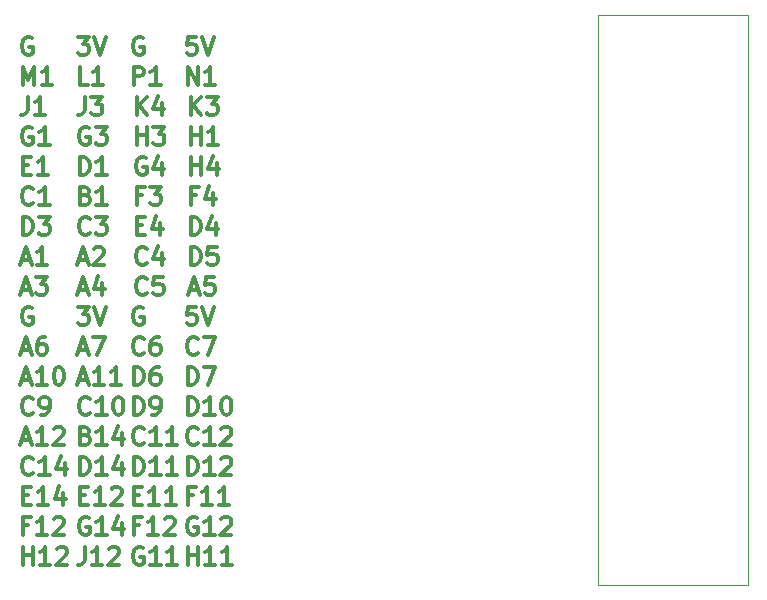
<source format=gbr>
%TF.GenerationSoftware,KiCad,Pcbnew,7.0.9*%
%TF.CreationDate,2024-12-09T19:17:55-07:00*%
%TF.ProjectId,Extender_Board,45787465-6e64-4657-925f-426f6172642e,rev?*%
%TF.SameCoordinates,Original*%
%TF.FileFunction,Legend,Top*%
%TF.FilePolarity,Positive*%
%FSLAX46Y46*%
G04 Gerber Fmt 4.6, Leading zero omitted, Abs format (unit mm)*
G04 Created by KiCad (PCBNEW 7.0.9) date 2024-12-09 19:17:55*
%MOMM*%
%LPD*%
G01*
G04 APERTURE LIST*
%ADD10C,0.300000*%
%ADD11C,0.100000*%
G04 APERTURE END LIST*
D10*
X115870510Y-99622828D02*
X115870510Y-98122828D01*
X115870510Y-98837114D02*
X116727653Y-98837114D01*
X116727653Y-99622828D02*
X116727653Y-98122828D01*
X118227654Y-99622828D02*
X117370511Y-99622828D01*
X117799082Y-99622828D02*
X117799082Y-98122828D01*
X117799082Y-98122828D02*
X117656225Y-98337114D01*
X117656225Y-98337114D02*
X117513368Y-98479971D01*
X117513368Y-98479971D02*
X117370511Y-98551400D01*
X119656225Y-99622828D02*
X118799082Y-99622828D01*
X119227653Y-99622828D02*
X119227653Y-98122828D01*
X119227653Y-98122828D02*
X119084796Y-98337114D01*
X119084796Y-98337114D02*
X118941939Y-98479971D01*
X118941939Y-98479971D02*
X118799082Y-98551400D01*
X116727653Y-89319971D02*
X116656225Y-89391400D01*
X116656225Y-89391400D02*
X116441939Y-89462828D01*
X116441939Y-89462828D02*
X116299082Y-89462828D01*
X116299082Y-89462828D02*
X116084796Y-89391400D01*
X116084796Y-89391400D02*
X115941939Y-89248542D01*
X115941939Y-89248542D02*
X115870510Y-89105685D01*
X115870510Y-89105685D02*
X115799082Y-88819971D01*
X115799082Y-88819971D02*
X115799082Y-88605685D01*
X115799082Y-88605685D02*
X115870510Y-88319971D01*
X115870510Y-88319971D02*
X115941939Y-88177114D01*
X115941939Y-88177114D02*
X116084796Y-88034257D01*
X116084796Y-88034257D02*
X116299082Y-87962828D01*
X116299082Y-87962828D02*
X116441939Y-87962828D01*
X116441939Y-87962828D02*
X116656225Y-88034257D01*
X116656225Y-88034257D02*
X116727653Y-88105685D01*
X118156225Y-89462828D02*
X117299082Y-89462828D01*
X117727653Y-89462828D02*
X117727653Y-87962828D01*
X117727653Y-87962828D02*
X117584796Y-88177114D01*
X117584796Y-88177114D02*
X117441939Y-88319971D01*
X117441939Y-88319971D02*
X117299082Y-88391400D01*
X118727653Y-88105685D02*
X118799081Y-88034257D01*
X118799081Y-88034257D02*
X118941939Y-87962828D01*
X118941939Y-87962828D02*
X119299081Y-87962828D01*
X119299081Y-87962828D02*
X119441939Y-88034257D01*
X119441939Y-88034257D02*
X119513367Y-88105685D01*
X119513367Y-88105685D02*
X119584796Y-88248542D01*
X119584796Y-88248542D02*
X119584796Y-88391400D01*
X119584796Y-88391400D02*
X119513367Y-88605685D01*
X119513367Y-88605685D02*
X118656224Y-89462828D01*
X118656224Y-89462828D02*
X119584796Y-89462828D01*
X115870510Y-84382828D02*
X115870510Y-82882828D01*
X115870510Y-82882828D02*
X116227653Y-82882828D01*
X116227653Y-82882828D02*
X116441939Y-82954257D01*
X116441939Y-82954257D02*
X116584796Y-83097114D01*
X116584796Y-83097114D02*
X116656225Y-83239971D01*
X116656225Y-83239971D02*
X116727653Y-83525685D01*
X116727653Y-83525685D02*
X116727653Y-83739971D01*
X116727653Y-83739971D02*
X116656225Y-84025685D01*
X116656225Y-84025685D02*
X116584796Y-84168542D01*
X116584796Y-84168542D02*
X116441939Y-84311400D01*
X116441939Y-84311400D02*
X116227653Y-84382828D01*
X116227653Y-84382828D02*
X115870510Y-84382828D01*
X117227653Y-82882828D02*
X118227653Y-82882828D01*
X118227653Y-82882828D02*
X117584796Y-84382828D01*
X116656225Y-95654257D02*
X116513368Y-95582828D01*
X116513368Y-95582828D02*
X116299082Y-95582828D01*
X116299082Y-95582828D02*
X116084796Y-95654257D01*
X116084796Y-95654257D02*
X115941939Y-95797114D01*
X115941939Y-95797114D02*
X115870510Y-95939971D01*
X115870510Y-95939971D02*
X115799082Y-96225685D01*
X115799082Y-96225685D02*
X115799082Y-96439971D01*
X115799082Y-96439971D02*
X115870510Y-96725685D01*
X115870510Y-96725685D02*
X115941939Y-96868542D01*
X115941939Y-96868542D02*
X116084796Y-97011400D01*
X116084796Y-97011400D02*
X116299082Y-97082828D01*
X116299082Y-97082828D02*
X116441939Y-97082828D01*
X116441939Y-97082828D02*
X116656225Y-97011400D01*
X116656225Y-97011400D02*
X116727653Y-96939971D01*
X116727653Y-96939971D02*
X116727653Y-96439971D01*
X116727653Y-96439971D02*
X116441939Y-96439971D01*
X118156225Y-97082828D02*
X117299082Y-97082828D01*
X117727653Y-97082828D02*
X117727653Y-95582828D01*
X117727653Y-95582828D02*
X117584796Y-95797114D01*
X117584796Y-95797114D02*
X117441939Y-95939971D01*
X117441939Y-95939971D02*
X117299082Y-96011400D01*
X118727653Y-95725685D02*
X118799081Y-95654257D01*
X118799081Y-95654257D02*
X118941939Y-95582828D01*
X118941939Y-95582828D02*
X119299081Y-95582828D01*
X119299081Y-95582828D02*
X119441939Y-95654257D01*
X119441939Y-95654257D02*
X119513367Y-95725685D01*
X119513367Y-95725685D02*
X119584796Y-95868542D01*
X119584796Y-95868542D02*
X119584796Y-96011400D01*
X119584796Y-96011400D02*
X119513367Y-96225685D01*
X119513367Y-96225685D02*
X118656224Y-97082828D01*
X118656224Y-97082828D02*
X119584796Y-97082828D01*
X116370510Y-93757114D02*
X115870510Y-93757114D01*
X115870510Y-94542828D02*
X115870510Y-93042828D01*
X115870510Y-93042828D02*
X116584796Y-93042828D01*
X117941939Y-94542828D02*
X117084796Y-94542828D01*
X117513367Y-94542828D02*
X117513367Y-93042828D01*
X117513367Y-93042828D02*
X117370510Y-93257114D01*
X117370510Y-93257114D02*
X117227653Y-93399971D01*
X117227653Y-93399971D02*
X117084796Y-93471400D01*
X119370510Y-94542828D02*
X118513367Y-94542828D01*
X118941938Y-94542828D02*
X118941938Y-93042828D01*
X118941938Y-93042828D02*
X118799081Y-93257114D01*
X118799081Y-93257114D02*
X118656224Y-93399971D01*
X118656224Y-93399971D02*
X118513367Y-93471400D01*
X116727653Y-81699971D02*
X116656225Y-81771400D01*
X116656225Y-81771400D02*
X116441939Y-81842828D01*
X116441939Y-81842828D02*
X116299082Y-81842828D01*
X116299082Y-81842828D02*
X116084796Y-81771400D01*
X116084796Y-81771400D02*
X115941939Y-81628542D01*
X115941939Y-81628542D02*
X115870510Y-81485685D01*
X115870510Y-81485685D02*
X115799082Y-81199971D01*
X115799082Y-81199971D02*
X115799082Y-80985685D01*
X115799082Y-80985685D02*
X115870510Y-80699971D01*
X115870510Y-80699971D02*
X115941939Y-80557114D01*
X115941939Y-80557114D02*
X116084796Y-80414257D01*
X116084796Y-80414257D02*
X116299082Y-80342828D01*
X116299082Y-80342828D02*
X116441939Y-80342828D01*
X116441939Y-80342828D02*
X116656225Y-80414257D01*
X116656225Y-80414257D02*
X116727653Y-80485685D01*
X117227653Y-80342828D02*
X118227653Y-80342828D01*
X118227653Y-80342828D02*
X117584796Y-81842828D01*
X115870510Y-86922828D02*
X115870510Y-85422828D01*
X115870510Y-85422828D02*
X116227653Y-85422828D01*
X116227653Y-85422828D02*
X116441939Y-85494257D01*
X116441939Y-85494257D02*
X116584796Y-85637114D01*
X116584796Y-85637114D02*
X116656225Y-85779971D01*
X116656225Y-85779971D02*
X116727653Y-86065685D01*
X116727653Y-86065685D02*
X116727653Y-86279971D01*
X116727653Y-86279971D02*
X116656225Y-86565685D01*
X116656225Y-86565685D02*
X116584796Y-86708542D01*
X116584796Y-86708542D02*
X116441939Y-86851400D01*
X116441939Y-86851400D02*
X116227653Y-86922828D01*
X116227653Y-86922828D02*
X115870510Y-86922828D01*
X118156225Y-86922828D02*
X117299082Y-86922828D01*
X117727653Y-86922828D02*
X117727653Y-85422828D01*
X117727653Y-85422828D02*
X117584796Y-85637114D01*
X117584796Y-85637114D02*
X117441939Y-85779971D01*
X117441939Y-85779971D02*
X117299082Y-85851400D01*
X119084796Y-85422828D02*
X119227653Y-85422828D01*
X119227653Y-85422828D02*
X119370510Y-85494257D01*
X119370510Y-85494257D02*
X119441939Y-85565685D01*
X119441939Y-85565685D02*
X119513367Y-85708542D01*
X119513367Y-85708542D02*
X119584796Y-85994257D01*
X119584796Y-85994257D02*
X119584796Y-86351400D01*
X119584796Y-86351400D02*
X119513367Y-86637114D01*
X119513367Y-86637114D02*
X119441939Y-86779971D01*
X119441939Y-86779971D02*
X119370510Y-86851400D01*
X119370510Y-86851400D02*
X119227653Y-86922828D01*
X119227653Y-86922828D02*
X119084796Y-86922828D01*
X119084796Y-86922828D02*
X118941939Y-86851400D01*
X118941939Y-86851400D02*
X118870510Y-86779971D01*
X118870510Y-86779971D02*
X118799081Y-86637114D01*
X118799081Y-86637114D02*
X118727653Y-86351400D01*
X118727653Y-86351400D02*
X118727653Y-85994257D01*
X118727653Y-85994257D02*
X118799081Y-85708542D01*
X118799081Y-85708542D02*
X118870510Y-85565685D01*
X118870510Y-85565685D02*
X118941939Y-85494257D01*
X118941939Y-85494257D02*
X119084796Y-85422828D01*
X115870510Y-92002828D02*
X115870510Y-90502828D01*
X115870510Y-90502828D02*
X116227653Y-90502828D01*
X116227653Y-90502828D02*
X116441939Y-90574257D01*
X116441939Y-90574257D02*
X116584796Y-90717114D01*
X116584796Y-90717114D02*
X116656225Y-90859971D01*
X116656225Y-90859971D02*
X116727653Y-91145685D01*
X116727653Y-91145685D02*
X116727653Y-91359971D01*
X116727653Y-91359971D02*
X116656225Y-91645685D01*
X116656225Y-91645685D02*
X116584796Y-91788542D01*
X116584796Y-91788542D02*
X116441939Y-91931400D01*
X116441939Y-91931400D02*
X116227653Y-92002828D01*
X116227653Y-92002828D02*
X115870510Y-92002828D01*
X118156225Y-92002828D02*
X117299082Y-92002828D01*
X117727653Y-92002828D02*
X117727653Y-90502828D01*
X117727653Y-90502828D02*
X117584796Y-90717114D01*
X117584796Y-90717114D02*
X117441939Y-90859971D01*
X117441939Y-90859971D02*
X117299082Y-90931400D01*
X118727653Y-90645685D02*
X118799081Y-90574257D01*
X118799081Y-90574257D02*
X118941939Y-90502828D01*
X118941939Y-90502828D02*
X119299081Y-90502828D01*
X119299081Y-90502828D02*
X119441939Y-90574257D01*
X119441939Y-90574257D02*
X119513367Y-90645685D01*
X119513367Y-90645685D02*
X119584796Y-90788542D01*
X119584796Y-90788542D02*
X119584796Y-90931400D01*
X119584796Y-90931400D02*
X119513367Y-91145685D01*
X119513367Y-91145685D02*
X118656224Y-92002828D01*
X118656224Y-92002828D02*
X119584796Y-92002828D01*
X112084225Y-98194257D02*
X111941368Y-98122828D01*
X111941368Y-98122828D02*
X111727082Y-98122828D01*
X111727082Y-98122828D02*
X111512796Y-98194257D01*
X111512796Y-98194257D02*
X111369939Y-98337114D01*
X111369939Y-98337114D02*
X111298510Y-98479971D01*
X111298510Y-98479971D02*
X111227082Y-98765685D01*
X111227082Y-98765685D02*
X111227082Y-98979971D01*
X111227082Y-98979971D02*
X111298510Y-99265685D01*
X111298510Y-99265685D02*
X111369939Y-99408542D01*
X111369939Y-99408542D02*
X111512796Y-99551400D01*
X111512796Y-99551400D02*
X111727082Y-99622828D01*
X111727082Y-99622828D02*
X111869939Y-99622828D01*
X111869939Y-99622828D02*
X112084225Y-99551400D01*
X112084225Y-99551400D02*
X112155653Y-99479971D01*
X112155653Y-99479971D02*
X112155653Y-98979971D01*
X112155653Y-98979971D02*
X111869939Y-98979971D01*
X113584225Y-99622828D02*
X112727082Y-99622828D01*
X113155653Y-99622828D02*
X113155653Y-98122828D01*
X113155653Y-98122828D02*
X113012796Y-98337114D01*
X113012796Y-98337114D02*
X112869939Y-98479971D01*
X112869939Y-98479971D02*
X112727082Y-98551400D01*
X115012796Y-99622828D02*
X114155653Y-99622828D01*
X114584224Y-99622828D02*
X114584224Y-98122828D01*
X114584224Y-98122828D02*
X114441367Y-98337114D01*
X114441367Y-98337114D02*
X114298510Y-98479971D01*
X114298510Y-98479971D02*
X114155653Y-98551400D01*
X112155653Y-89319971D02*
X112084225Y-89391400D01*
X112084225Y-89391400D02*
X111869939Y-89462828D01*
X111869939Y-89462828D02*
X111727082Y-89462828D01*
X111727082Y-89462828D02*
X111512796Y-89391400D01*
X111512796Y-89391400D02*
X111369939Y-89248542D01*
X111369939Y-89248542D02*
X111298510Y-89105685D01*
X111298510Y-89105685D02*
X111227082Y-88819971D01*
X111227082Y-88819971D02*
X111227082Y-88605685D01*
X111227082Y-88605685D02*
X111298510Y-88319971D01*
X111298510Y-88319971D02*
X111369939Y-88177114D01*
X111369939Y-88177114D02*
X111512796Y-88034257D01*
X111512796Y-88034257D02*
X111727082Y-87962828D01*
X111727082Y-87962828D02*
X111869939Y-87962828D01*
X111869939Y-87962828D02*
X112084225Y-88034257D01*
X112084225Y-88034257D02*
X112155653Y-88105685D01*
X113584225Y-89462828D02*
X112727082Y-89462828D01*
X113155653Y-89462828D02*
X113155653Y-87962828D01*
X113155653Y-87962828D02*
X113012796Y-88177114D01*
X113012796Y-88177114D02*
X112869939Y-88319971D01*
X112869939Y-88319971D02*
X112727082Y-88391400D01*
X115012796Y-89462828D02*
X114155653Y-89462828D01*
X114584224Y-89462828D02*
X114584224Y-87962828D01*
X114584224Y-87962828D02*
X114441367Y-88177114D01*
X114441367Y-88177114D02*
X114298510Y-88319971D01*
X114298510Y-88319971D02*
X114155653Y-88391400D01*
X111298510Y-84382828D02*
X111298510Y-82882828D01*
X111298510Y-82882828D02*
X111655653Y-82882828D01*
X111655653Y-82882828D02*
X111869939Y-82954257D01*
X111869939Y-82954257D02*
X112012796Y-83097114D01*
X112012796Y-83097114D02*
X112084225Y-83239971D01*
X112084225Y-83239971D02*
X112155653Y-83525685D01*
X112155653Y-83525685D02*
X112155653Y-83739971D01*
X112155653Y-83739971D02*
X112084225Y-84025685D01*
X112084225Y-84025685D02*
X112012796Y-84168542D01*
X112012796Y-84168542D02*
X111869939Y-84311400D01*
X111869939Y-84311400D02*
X111655653Y-84382828D01*
X111655653Y-84382828D02*
X111298510Y-84382828D01*
X113441368Y-82882828D02*
X113155653Y-82882828D01*
X113155653Y-82882828D02*
X113012796Y-82954257D01*
X113012796Y-82954257D02*
X112941368Y-83025685D01*
X112941368Y-83025685D02*
X112798510Y-83239971D01*
X112798510Y-83239971D02*
X112727082Y-83525685D01*
X112727082Y-83525685D02*
X112727082Y-84097114D01*
X112727082Y-84097114D02*
X112798510Y-84239971D01*
X112798510Y-84239971D02*
X112869939Y-84311400D01*
X112869939Y-84311400D02*
X113012796Y-84382828D01*
X113012796Y-84382828D02*
X113298510Y-84382828D01*
X113298510Y-84382828D02*
X113441368Y-84311400D01*
X113441368Y-84311400D02*
X113512796Y-84239971D01*
X113512796Y-84239971D02*
X113584225Y-84097114D01*
X113584225Y-84097114D02*
X113584225Y-83739971D01*
X113584225Y-83739971D02*
X113512796Y-83597114D01*
X113512796Y-83597114D02*
X113441368Y-83525685D01*
X113441368Y-83525685D02*
X113298510Y-83454257D01*
X113298510Y-83454257D02*
X113012796Y-83454257D01*
X113012796Y-83454257D02*
X112869939Y-83525685D01*
X112869939Y-83525685D02*
X112798510Y-83597114D01*
X112798510Y-83597114D02*
X112727082Y-83739971D01*
X111798510Y-96297114D02*
X111298510Y-96297114D01*
X111298510Y-97082828D02*
X111298510Y-95582828D01*
X111298510Y-95582828D02*
X112012796Y-95582828D01*
X113369939Y-97082828D02*
X112512796Y-97082828D01*
X112941367Y-97082828D02*
X112941367Y-95582828D01*
X112941367Y-95582828D02*
X112798510Y-95797114D01*
X112798510Y-95797114D02*
X112655653Y-95939971D01*
X112655653Y-95939971D02*
X112512796Y-96011400D01*
X113941367Y-95725685D02*
X114012795Y-95654257D01*
X114012795Y-95654257D02*
X114155653Y-95582828D01*
X114155653Y-95582828D02*
X114512795Y-95582828D01*
X114512795Y-95582828D02*
X114655653Y-95654257D01*
X114655653Y-95654257D02*
X114727081Y-95725685D01*
X114727081Y-95725685D02*
X114798510Y-95868542D01*
X114798510Y-95868542D02*
X114798510Y-96011400D01*
X114798510Y-96011400D02*
X114727081Y-96225685D01*
X114727081Y-96225685D02*
X113869938Y-97082828D01*
X113869938Y-97082828D02*
X114798510Y-97082828D01*
X111298510Y-93757114D02*
X111798510Y-93757114D01*
X112012796Y-94542828D02*
X111298510Y-94542828D01*
X111298510Y-94542828D02*
X111298510Y-93042828D01*
X111298510Y-93042828D02*
X112012796Y-93042828D01*
X113441368Y-94542828D02*
X112584225Y-94542828D01*
X113012796Y-94542828D02*
X113012796Y-93042828D01*
X113012796Y-93042828D02*
X112869939Y-93257114D01*
X112869939Y-93257114D02*
X112727082Y-93399971D01*
X112727082Y-93399971D02*
X112584225Y-93471400D01*
X114869939Y-94542828D02*
X114012796Y-94542828D01*
X114441367Y-94542828D02*
X114441367Y-93042828D01*
X114441367Y-93042828D02*
X114298510Y-93257114D01*
X114298510Y-93257114D02*
X114155653Y-93399971D01*
X114155653Y-93399971D02*
X114012796Y-93471400D01*
X112155653Y-81699971D02*
X112084225Y-81771400D01*
X112084225Y-81771400D02*
X111869939Y-81842828D01*
X111869939Y-81842828D02*
X111727082Y-81842828D01*
X111727082Y-81842828D02*
X111512796Y-81771400D01*
X111512796Y-81771400D02*
X111369939Y-81628542D01*
X111369939Y-81628542D02*
X111298510Y-81485685D01*
X111298510Y-81485685D02*
X111227082Y-81199971D01*
X111227082Y-81199971D02*
X111227082Y-80985685D01*
X111227082Y-80985685D02*
X111298510Y-80699971D01*
X111298510Y-80699971D02*
X111369939Y-80557114D01*
X111369939Y-80557114D02*
X111512796Y-80414257D01*
X111512796Y-80414257D02*
X111727082Y-80342828D01*
X111727082Y-80342828D02*
X111869939Y-80342828D01*
X111869939Y-80342828D02*
X112084225Y-80414257D01*
X112084225Y-80414257D02*
X112155653Y-80485685D01*
X113441368Y-80342828D02*
X113155653Y-80342828D01*
X113155653Y-80342828D02*
X113012796Y-80414257D01*
X113012796Y-80414257D02*
X112941368Y-80485685D01*
X112941368Y-80485685D02*
X112798510Y-80699971D01*
X112798510Y-80699971D02*
X112727082Y-80985685D01*
X112727082Y-80985685D02*
X112727082Y-81557114D01*
X112727082Y-81557114D02*
X112798510Y-81699971D01*
X112798510Y-81699971D02*
X112869939Y-81771400D01*
X112869939Y-81771400D02*
X113012796Y-81842828D01*
X113012796Y-81842828D02*
X113298510Y-81842828D01*
X113298510Y-81842828D02*
X113441368Y-81771400D01*
X113441368Y-81771400D02*
X113512796Y-81699971D01*
X113512796Y-81699971D02*
X113584225Y-81557114D01*
X113584225Y-81557114D02*
X113584225Y-81199971D01*
X113584225Y-81199971D02*
X113512796Y-81057114D01*
X113512796Y-81057114D02*
X113441368Y-80985685D01*
X113441368Y-80985685D02*
X113298510Y-80914257D01*
X113298510Y-80914257D02*
X113012796Y-80914257D01*
X113012796Y-80914257D02*
X112869939Y-80985685D01*
X112869939Y-80985685D02*
X112798510Y-81057114D01*
X112798510Y-81057114D02*
X112727082Y-81199971D01*
X111298510Y-86922828D02*
X111298510Y-85422828D01*
X111298510Y-85422828D02*
X111655653Y-85422828D01*
X111655653Y-85422828D02*
X111869939Y-85494257D01*
X111869939Y-85494257D02*
X112012796Y-85637114D01*
X112012796Y-85637114D02*
X112084225Y-85779971D01*
X112084225Y-85779971D02*
X112155653Y-86065685D01*
X112155653Y-86065685D02*
X112155653Y-86279971D01*
X112155653Y-86279971D02*
X112084225Y-86565685D01*
X112084225Y-86565685D02*
X112012796Y-86708542D01*
X112012796Y-86708542D02*
X111869939Y-86851400D01*
X111869939Y-86851400D02*
X111655653Y-86922828D01*
X111655653Y-86922828D02*
X111298510Y-86922828D01*
X112869939Y-86922828D02*
X113155653Y-86922828D01*
X113155653Y-86922828D02*
X113298510Y-86851400D01*
X113298510Y-86851400D02*
X113369939Y-86779971D01*
X113369939Y-86779971D02*
X113512796Y-86565685D01*
X113512796Y-86565685D02*
X113584225Y-86279971D01*
X113584225Y-86279971D02*
X113584225Y-85708542D01*
X113584225Y-85708542D02*
X113512796Y-85565685D01*
X113512796Y-85565685D02*
X113441368Y-85494257D01*
X113441368Y-85494257D02*
X113298510Y-85422828D01*
X113298510Y-85422828D02*
X113012796Y-85422828D01*
X113012796Y-85422828D02*
X112869939Y-85494257D01*
X112869939Y-85494257D02*
X112798510Y-85565685D01*
X112798510Y-85565685D02*
X112727082Y-85708542D01*
X112727082Y-85708542D02*
X112727082Y-86065685D01*
X112727082Y-86065685D02*
X112798510Y-86208542D01*
X112798510Y-86208542D02*
X112869939Y-86279971D01*
X112869939Y-86279971D02*
X113012796Y-86351400D01*
X113012796Y-86351400D02*
X113298510Y-86351400D01*
X113298510Y-86351400D02*
X113441368Y-86279971D01*
X113441368Y-86279971D02*
X113512796Y-86208542D01*
X113512796Y-86208542D02*
X113584225Y-86065685D01*
X111298510Y-92002828D02*
X111298510Y-90502828D01*
X111298510Y-90502828D02*
X111655653Y-90502828D01*
X111655653Y-90502828D02*
X111869939Y-90574257D01*
X111869939Y-90574257D02*
X112012796Y-90717114D01*
X112012796Y-90717114D02*
X112084225Y-90859971D01*
X112084225Y-90859971D02*
X112155653Y-91145685D01*
X112155653Y-91145685D02*
X112155653Y-91359971D01*
X112155653Y-91359971D02*
X112084225Y-91645685D01*
X112084225Y-91645685D02*
X112012796Y-91788542D01*
X112012796Y-91788542D02*
X111869939Y-91931400D01*
X111869939Y-91931400D02*
X111655653Y-92002828D01*
X111655653Y-92002828D02*
X111298510Y-92002828D01*
X113584225Y-92002828D02*
X112727082Y-92002828D01*
X113155653Y-92002828D02*
X113155653Y-90502828D01*
X113155653Y-90502828D02*
X113012796Y-90717114D01*
X113012796Y-90717114D02*
X112869939Y-90859971D01*
X112869939Y-90859971D02*
X112727082Y-90931400D01*
X115012796Y-92002828D02*
X114155653Y-92002828D01*
X114584224Y-92002828D02*
X114584224Y-90502828D01*
X114584224Y-90502828D02*
X114441367Y-90717114D01*
X114441367Y-90717114D02*
X114298510Y-90859971D01*
X114298510Y-90859971D02*
X114155653Y-90931400D01*
X106655082Y-81414257D02*
X107369368Y-81414257D01*
X106512225Y-81842828D02*
X107012225Y-80342828D01*
X107012225Y-80342828D02*
X107512225Y-81842828D01*
X107869367Y-80342828D02*
X108869367Y-80342828D01*
X108869367Y-80342828D02*
X108226510Y-81842828D01*
X106726510Y-93757114D02*
X107226510Y-93757114D01*
X107440796Y-94542828D02*
X106726510Y-94542828D01*
X106726510Y-94542828D02*
X106726510Y-93042828D01*
X106726510Y-93042828D02*
X107440796Y-93042828D01*
X108869368Y-94542828D02*
X108012225Y-94542828D01*
X108440796Y-94542828D02*
X108440796Y-93042828D01*
X108440796Y-93042828D02*
X108297939Y-93257114D01*
X108297939Y-93257114D02*
X108155082Y-93399971D01*
X108155082Y-93399971D02*
X108012225Y-93471400D01*
X109440796Y-93185685D02*
X109512224Y-93114257D01*
X109512224Y-93114257D02*
X109655082Y-93042828D01*
X109655082Y-93042828D02*
X110012224Y-93042828D01*
X110012224Y-93042828D02*
X110155082Y-93114257D01*
X110155082Y-93114257D02*
X110226510Y-93185685D01*
X110226510Y-93185685D02*
X110297939Y-93328542D01*
X110297939Y-93328542D02*
X110297939Y-93471400D01*
X110297939Y-93471400D02*
X110226510Y-93685685D01*
X110226510Y-93685685D02*
X109369367Y-94542828D01*
X109369367Y-94542828D02*
X110297939Y-94542828D01*
X107512225Y-95654257D02*
X107369368Y-95582828D01*
X107369368Y-95582828D02*
X107155082Y-95582828D01*
X107155082Y-95582828D02*
X106940796Y-95654257D01*
X106940796Y-95654257D02*
X106797939Y-95797114D01*
X106797939Y-95797114D02*
X106726510Y-95939971D01*
X106726510Y-95939971D02*
X106655082Y-96225685D01*
X106655082Y-96225685D02*
X106655082Y-96439971D01*
X106655082Y-96439971D02*
X106726510Y-96725685D01*
X106726510Y-96725685D02*
X106797939Y-96868542D01*
X106797939Y-96868542D02*
X106940796Y-97011400D01*
X106940796Y-97011400D02*
X107155082Y-97082828D01*
X107155082Y-97082828D02*
X107297939Y-97082828D01*
X107297939Y-97082828D02*
X107512225Y-97011400D01*
X107512225Y-97011400D02*
X107583653Y-96939971D01*
X107583653Y-96939971D02*
X107583653Y-96439971D01*
X107583653Y-96439971D02*
X107297939Y-96439971D01*
X109012225Y-97082828D02*
X108155082Y-97082828D01*
X108583653Y-97082828D02*
X108583653Y-95582828D01*
X108583653Y-95582828D02*
X108440796Y-95797114D01*
X108440796Y-95797114D02*
X108297939Y-95939971D01*
X108297939Y-95939971D02*
X108155082Y-96011400D01*
X110297939Y-96082828D02*
X110297939Y-97082828D01*
X109940796Y-95511400D02*
X109583653Y-96582828D01*
X109583653Y-96582828D02*
X110512224Y-96582828D01*
X106726510Y-92002828D02*
X106726510Y-90502828D01*
X106726510Y-90502828D02*
X107083653Y-90502828D01*
X107083653Y-90502828D02*
X107297939Y-90574257D01*
X107297939Y-90574257D02*
X107440796Y-90717114D01*
X107440796Y-90717114D02*
X107512225Y-90859971D01*
X107512225Y-90859971D02*
X107583653Y-91145685D01*
X107583653Y-91145685D02*
X107583653Y-91359971D01*
X107583653Y-91359971D02*
X107512225Y-91645685D01*
X107512225Y-91645685D02*
X107440796Y-91788542D01*
X107440796Y-91788542D02*
X107297939Y-91931400D01*
X107297939Y-91931400D02*
X107083653Y-92002828D01*
X107083653Y-92002828D02*
X106726510Y-92002828D01*
X109012225Y-92002828D02*
X108155082Y-92002828D01*
X108583653Y-92002828D02*
X108583653Y-90502828D01*
X108583653Y-90502828D02*
X108440796Y-90717114D01*
X108440796Y-90717114D02*
X108297939Y-90859971D01*
X108297939Y-90859971D02*
X108155082Y-90931400D01*
X110297939Y-91002828D02*
X110297939Y-92002828D01*
X109940796Y-90431400D02*
X109583653Y-91502828D01*
X109583653Y-91502828D02*
X110512224Y-91502828D01*
X107583653Y-86779971D02*
X107512225Y-86851400D01*
X107512225Y-86851400D02*
X107297939Y-86922828D01*
X107297939Y-86922828D02*
X107155082Y-86922828D01*
X107155082Y-86922828D02*
X106940796Y-86851400D01*
X106940796Y-86851400D02*
X106797939Y-86708542D01*
X106797939Y-86708542D02*
X106726510Y-86565685D01*
X106726510Y-86565685D02*
X106655082Y-86279971D01*
X106655082Y-86279971D02*
X106655082Y-86065685D01*
X106655082Y-86065685D02*
X106726510Y-85779971D01*
X106726510Y-85779971D02*
X106797939Y-85637114D01*
X106797939Y-85637114D02*
X106940796Y-85494257D01*
X106940796Y-85494257D02*
X107155082Y-85422828D01*
X107155082Y-85422828D02*
X107297939Y-85422828D01*
X107297939Y-85422828D02*
X107512225Y-85494257D01*
X107512225Y-85494257D02*
X107583653Y-85565685D01*
X109012225Y-86922828D02*
X108155082Y-86922828D01*
X108583653Y-86922828D02*
X108583653Y-85422828D01*
X108583653Y-85422828D02*
X108440796Y-85637114D01*
X108440796Y-85637114D02*
X108297939Y-85779971D01*
X108297939Y-85779971D02*
X108155082Y-85851400D01*
X109940796Y-85422828D02*
X110083653Y-85422828D01*
X110083653Y-85422828D02*
X110226510Y-85494257D01*
X110226510Y-85494257D02*
X110297939Y-85565685D01*
X110297939Y-85565685D02*
X110369367Y-85708542D01*
X110369367Y-85708542D02*
X110440796Y-85994257D01*
X110440796Y-85994257D02*
X110440796Y-86351400D01*
X110440796Y-86351400D02*
X110369367Y-86637114D01*
X110369367Y-86637114D02*
X110297939Y-86779971D01*
X110297939Y-86779971D02*
X110226510Y-86851400D01*
X110226510Y-86851400D02*
X110083653Y-86922828D01*
X110083653Y-86922828D02*
X109940796Y-86922828D01*
X109940796Y-86922828D02*
X109797939Y-86851400D01*
X109797939Y-86851400D02*
X109726510Y-86779971D01*
X109726510Y-86779971D02*
X109655081Y-86637114D01*
X109655081Y-86637114D02*
X109583653Y-86351400D01*
X109583653Y-86351400D02*
X109583653Y-85994257D01*
X109583653Y-85994257D02*
X109655081Y-85708542D01*
X109655081Y-85708542D02*
X109726510Y-85565685D01*
X109726510Y-85565685D02*
X109797939Y-85494257D01*
X109797939Y-85494257D02*
X109940796Y-85422828D01*
X106655082Y-83954257D02*
X107369368Y-83954257D01*
X106512225Y-84382828D02*
X107012225Y-82882828D01*
X107012225Y-82882828D02*
X107512225Y-84382828D01*
X108797939Y-84382828D02*
X107940796Y-84382828D01*
X108369367Y-84382828D02*
X108369367Y-82882828D01*
X108369367Y-82882828D02*
X108226510Y-83097114D01*
X108226510Y-83097114D02*
X108083653Y-83239971D01*
X108083653Y-83239971D02*
X107940796Y-83311400D01*
X110226510Y-84382828D02*
X109369367Y-84382828D01*
X109797938Y-84382828D02*
X109797938Y-82882828D01*
X109797938Y-82882828D02*
X109655081Y-83097114D01*
X109655081Y-83097114D02*
X109512224Y-83239971D01*
X109512224Y-83239971D02*
X109369367Y-83311400D01*
X107155082Y-98122828D02*
X107155082Y-99194257D01*
X107155082Y-99194257D02*
X107083653Y-99408542D01*
X107083653Y-99408542D02*
X106940796Y-99551400D01*
X106940796Y-99551400D02*
X106726510Y-99622828D01*
X106726510Y-99622828D02*
X106583653Y-99622828D01*
X108655082Y-99622828D02*
X107797939Y-99622828D01*
X108226510Y-99622828D02*
X108226510Y-98122828D01*
X108226510Y-98122828D02*
X108083653Y-98337114D01*
X108083653Y-98337114D02*
X107940796Y-98479971D01*
X107940796Y-98479971D02*
X107797939Y-98551400D01*
X109226510Y-98265685D02*
X109297938Y-98194257D01*
X109297938Y-98194257D02*
X109440796Y-98122828D01*
X109440796Y-98122828D02*
X109797938Y-98122828D01*
X109797938Y-98122828D02*
X109940796Y-98194257D01*
X109940796Y-98194257D02*
X110012224Y-98265685D01*
X110012224Y-98265685D02*
X110083653Y-98408542D01*
X110083653Y-98408542D02*
X110083653Y-98551400D01*
X110083653Y-98551400D02*
X110012224Y-98765685D01*
X110012224Y-98765685D02*
X109155081Y-99622828D01*
X109155081Y-99622828D02*
X110083653Y-99622828D01*
X107226510Y-88677114D02*
X107440796Y-88748542D01*
X107440796Y-88748542D02*
X107512225Y-88819971D01*
X107512225Y-88819971D02*
X107583653Y-88962828D01*
X107583653Y-88962828D02*
X107583653Y-89177114D01*
X107583653Y-89177114D02*
X107512225Y-89319971D01*
X107512225Y-89319971D02*
X107440796Y-89391400D01*
X107440796Y-89391400D02*
X107297939Y-89462828D01*
X107297939Y-89462828D02*
X106726510Y-89462828D01*
X106726510Y-89462828D02*
X106726510Y-87962828D01*
X106726510Y-87962828D02*
X107226510Y-87962828D01*
X107226510Y-87962828D02*
X107369368Y-88034257D01*
X107369368Y-88034257D02*
X107440796Y-88105685D01*
X107440796Y-88105685D02*
X107512225Y-88248542D01*
X107512225Y-88248542D02*
X107512225Y-88391400D01*
X107512225Y-88391400D02*
X107440796Y-88534257D01*
X107440796Y-88534257D02*
X107369368Y-88605685D01*
X107369368Y-88605685D02*
X107226510Y-88677114D01*
X107226510Y-88677114D02*
X106726510Y-88677114D01*
X109012225Y-89462828D02*
X108155082Y-89462828D01*
X108583653Y-89462828D02*
X108583653Y-87962828D01*
X108583653Y-87962828D02*
X108440796Y-88177114D01*
X108440796Y-88177114D02*
X108297939Y-88319971D01*
X108297939Y-88319971D02*
X108155082Y-88391400D01*
X110297939Y-88462828D02*
X110297939Y-89462828D01*
X109940796Y-87891400D02*
X109583653Y-88962828D01*
X109583653Y-88962828D02*
X110512224Y-88962828D01*
X116124510Y-71682828D02*
X116124510Y-70182828D01*
X116124510Y-70182828D02*
X116481653Y-70182828D01*
X116481653Y-70182828D02*
X116695939Y-70254257D01*
X116695939Y-70254257D02*
X116838796Y-70397114D01*
X116838796Y-70397114D02*
X116910225Y-70539971D01*
X116910225Y-70539971D02*
X116981653Y-70825685D01*
X116981653Y-70825685D02*
X116981653Y-71039971D01*
X116981653Y-71039971D02*
X116910225Y-71325685D01*
X116910225Y-71325685D02*
X116838796Y-71468542D01*
X116838796Y-71468542D02*
X116695939Y-71611400D01*
X116695939Y-71611400D02*
X116481653Y-71682828D01*
X116481653Y-71682828D02*
X116124510Y-71682828D01*
X118267368Y-70682828D02*
X118267368Y-71682828D01*
X117910225Y-70111400D02*
X117553082Y-71182828D01*
X117553082Y-71182828D02*
X118481653Y-71182828D01*
X116124510Y-74222828D02*
X116124510Y-72722828D01*
X116124510Y-72722828D02*
X116481653Y-72722828D01*
X116481653Y-72722828D02*
X116695939Y-72794257D01*
X116695939Y-72794257D02*
X116838796Y-72937114D01*
X116838796Y-72937114D02*
X116910225Y-73079971D01*
X116910225Y-73079971D02*
X116981653Y-73365685D01*
X116981653Y-73365685D02*
X116981653Y-73579971D01*
X116981653Y-73579971D02*
X116910225Y-73865685D01*
X116910225Y-73865685D02*
X116838796Y-74008542D01*
X116838796Y-74008542D02*
X116695939Y-74151400D01*
X116695939Y-74151400D02*
X116481653Y-74222828D01*
X116481653Y-74222828D02*
X116124510Y-74222828D01*
X118338796Y-72722828D02*
X117624510Y-72722828D01*
X117624510Y-72722828D02*
X117553082Y-73437114D01*
X117553082Y-73437114D02*
X117624510Y-73365685D01*
X117624510Y-73365685D02*
X117767368Y-73294257D01*
X117767368Y-73294257D02*
X118124510Y-73294257D01*
X118124510Y-73294257D02*
X118267368Y-73365685D01*
X118267368Y-73365685D02*
X118338796Y-73437114D01*
X118338796Y-73437114D02*
X118410225Y-73579971D01*
X118410225Y-73579971D02*
X118410225Y-73937114D01*
X118410225Y-73937114D02*
X118338796Y-74079971D01*
X118338796Y-74079971D02*
X118267368Y-74151400D01*
X118267368Y-74151400D02*
X118124510Y-74222828D01*
X118124510Y-74222828D02*
X117767368Y-74222828D01*
X117767368Y-74222828D02*
X117624510Y-74151400D01*
X117624510Y-74151400D02*
X117553082Y-74079971D01*
X116624510Y-68357114D02*
X116124510Y-68357114D01*
X116124510Y-69142828D02*
X116124510Y-67642828D01*
X116124510Y-67642828D02*
X116838796Y-67642828D01*
X118053082Y-68142828D02*
X118053082Y-69142828D01*
X117695939Y-67571400D02*
X117338796Y-68642828D01*
X117338796Y-68642828D02*
X118267367Y-68642828D01*
X116124510Y-64062828D02*
X116124510Y-62562828D01*
X116124510Y-63277114D02*
X116981653Y-63277114D01*
X116981653Y-64062828D02*
X116981653Y-62562828D01*
X118481654Y-64062828D02*
X117624511Y-64062828D01*
X118053082Y-64062828D02*
X118053082Y-62562828D01*
X118053082Y-62562828D02*
X117910225Y-62777114D01*
X117910225Y-62777114D02*
X117767368Y-62919971D01*
X117767368Y-62919971D02*
X117624511Y-62991400D01*
X116124510Y-61522828D02*
X116124510Y-60022828D01*
X116981653Y-61522828D02*
X116338796Y-60665685D01*
X116981653Y-60022828D02*
X116124510Y-60879971D01*
X117481653Y-60022828D02*
X118410225Y-60022828D01*
X118410225Y-60022828D02*
X117910225Y-60594257D01*
X117910225Y-60594257D02*
X118124510Y-60594257D01*
X118124510Y-60594257D02*
X118267368Y-60665685D01*
X118267368Y-60665685D02*
X118338796Y-60737114D01*
X118338796Y-60737114D02*
X118410225Y-60879971D01*
X118410225Y-60879971D02*
X118410225Y-61237114D01*
X118410225Y-61237114D02*
X118338796Y-61379971D01*
X118338796Y-61379971D02*
X118267368Y-61451400D01*
X118267368Y-61451400D02*
X118124510Y-61522828D01*
X118124510Y-61522828D02*
X117695939Y-61522828D01*
X117695939Y-61522828D02*
X117553082Y-61451400D01*
X117553082Y-61451400D02*
X117481653Y-61379971D01*
X116053082Y-76334257D02*
X116767368Y-76334257D01*
X115910225Y-76762828D02*
X116410225Y-75262828D01*
X116410225Y-75262828D02*
X116910225Y-76762828D01*
X118124510Y-75262828D02*
X117410224Y-75262828D01*
X117410224Y-75262828D02*
X117338796Y-75977114D01*
X117338796Y-75977114D02*
X117410224Y-75905685D01*
X117410224Y-75905685D02*
X117553082Y-75834257D01*
X117553082Y-75834257D02*
X117910224Y-75834257D01*
X117910224Y-75834257D02*
X118053082Y-75905685D01*
X118053082Y-75905685D02*
X118124510Y-75977114D01*
X118124510Y-75977114D02*
X118195939Y-76119971D01*
X118195939Y-76119971D02*
X118195939Y-76477114D01*
X118195939Y-76477114D02*
X118124510Y-76619971D01*
X118124510Y-76619971D02*
X118053082Y-76691400D01*
X118053082Y-76691400D02*
X117910224Y-76762828D01*
X117910224Y-76762828D02*
X117553082Y-76762828D01*
X117553082Y-76762828D02*
X117410224Y-76691400D01*
X117410224Y-76691400D02*
X117338796Y-76619971D01*
X116124510Y-66602828D02*
X116124510Y-65102828D01*
X116124510Y-65817114D02*
X116981653Y-65817114D01*
X116981653Y-66602828D02*
X116981653Y-65102828D01*
X118338797Y-65602828D02*
X118338797Y-66602828D01*
X117981654Y-65031400D02*
X117624511Y-66102828D01*
X117624511Y-66102828D02*
X118553082Y-66102828D01*
X111552510Y-70897114D02*
X112052510Y-70897114D01*
X112266796Y-71682828D02*
X111552510Y-71682828D01*
X111552510Y-71682828D02*
X111552510Y-70182828D01*
X111552510Y-70182828D02*
X112266796Y-70182828D01*
X113552511Y-70682828D02*
X113552511Y-71682828D01*
X113195368Y-70111400D02*
X112838225Y-71182828D01*
X112838225Y-71182828D02*
X113766796Y-71182828D01*
X112409653Y-74079971D02*
X112338225Y-74151400D01*
X112338225Y-74151400D02*
X112123939Y-74222828D01*
X112123939Y-74222828D02*
X111981082Y-74222828D01*
X111981082Y-74222828D02*
X111766796Y-74151400D01*
X111766796Y-74151400D02*
X111623939Y-74008542D01*
X111623939Y-74008542D02*
X111552510Y-73865685D01*
X111552510Y-73865685D02*
X111481082Y-73579971D01*
X111481082Y-73579971D02*
X111481082Y-73365685D01*
X111481082Y-73365685D02*
X111552510Y-73079971D01*
X111552510Y-73079971D02*
X111623939Y-72937114D01*
X111623939Y-72937114D02*
X111766796Y-72794257D01*
X111766796Y-72794257D02*
X111981082Y-72722828D01*
X111981082Y-72722828D02*
X112123939Y-72722828D01*
X112123939Y-72722828D02*
X112338225Y-72794257D01*
X112338225Y-72794257D02*
X112409653Y-72865685D01*
X113695368Y-73222828D02*
X113695368Y-74222828D01*
X113338225Y-72651400D02*
X112981082Y-73722828D01*
X112981082Y-73722828D02*
X113909653Y-73722828D01*
X112052510Y-68357114D02*
X111552510Y-68357114D01*
X111552510Y-69142828D02*
X111552510Y-67642828D01*
X111552510Y-67642828D02*
X112266796Y-67642828D01*
X112695367Y-67642828D02*
X113623939Y-67642828D01*
X113623939Y-67642828D02*
X113123939Y-68214257D01*
X113123939Y-68214257D02*
X113338224Y-68214257D01*
X113338224Y-68214257D02*
X113481082Y-68285685D01*
X113481082Y-68285685D02*
X113552510Y-68357114D01*
X113552510Y-68357114D02*
X113623939Y-68499971D01*
X113623939Y-68499971D02*
X113623939Y-68857114D01*
X113623939Y-68857114D02*
X113552510Y-68999971D01*
X113552510Y-68999971D02*
X113481082Y-69071400D01*
X113481082Y-69071400D02*
X113338224Y-69142828D01*
X113338224Y-69142828D02*
X112909653Y-69142828D01*
X112909653Y-69142828D02*
X112766796Y-69071400D01*
X112766796Y-69071400D02*
X112695367Y-68999971D01*
X111552510Y-64062828D02*
X111552510Y-62562828D01*
X111552510Y-63277114D02*
X112409653Y-63277114D01*
X112409653Y-64062828D02*
X112409653Y-62562828D01*
X112981082Y-62562828D02*
X113909654Y-62562828D01*
X113909654Y-62562828D02*
X113409654Y-63134257D01*
X113409654Y-63134257D02*
X113623939Y-63134257D01*
X113623939Y-63134257D02*
X113766797Y-63205685D01*
X113766797Y-63205685D02*
X113838225Y-63277114D01*
X113838225Y-63277114D02*
X113909654Y-63419971D01*
X113909654Y-63419971D02*
X113909654Y-63777114D01*
X113909654Y-63777114D02*
X113838225Y-63919971D01*
X113838225Y-63919971D02*
X113766797Y-63991400D01*
X113766797Y-63991400D02*
X113623939Y-64062828D01*
X113623939Y-64062828D02*
X113195368Y-64062828D01*
X113195368Y-64062828D02*
X113052511Y-63991400D01*
X113052511Y-63991400D02*
X112981082Y-63919971D01*
X111552510Y-61522828D02*
X111552510Y-60022828D01*
X112409653Y-61522828D02*
X111766796Y-60665685D01*
X112409653Y-60022828D02*
X111552510Y-60879971D01*
X113695368Y-60522828D02*
X113695368Y-61522828D01*
X113338225Y-59951400D02*
X112981082Y-61022828D01*
X112981082Y-61022828D02*
X113909653Y-61022828D01*
X112409653Y-76619971D02*
X112338225Y-76691400D01*
X112338225Y-76691400D02*
X112123939Y-76762828D01*
X112123939Y-76762828D02*
X111981082Y-76762828D01*
X111981082Y-76762828D02*
X111766796Y-76691400D01*
X111766796Y-76691400D02*
X111623939Y-76548542D01*
X111623939Y-76548542D02*
X111552510Y-76405685D01*
X111552510Y-76405685D02*
X111481082Y-76119971D01*
X111481082Y-76119971D02*
X111481082Y-75905685D01*
X111481082Y-75905685D02*
X111552510Y-75619971D01*
X111552510Y-75619971D02*
X111623939Y-75477114D01*
X111623939Y-75477114D02*
X111766796Y-75334257D01*
X111766796Y-75334257D02*
X111981082Y-75262828D01*
X111981082Y-75262828D02*
X112123939Y-75262828D01*
X112123939Y-75262828D02*
X112338225Y-75334257D01*
X112338225Y-75334257D02*
X112409653Y-75405685D01*
X113766796Y-75262828D02*
X113052510Y-75262828D01*
X113052510Y-75262828D02*
X112981082Y-75977114D01*
X112981082Y-75977114D02*
X113052510Y-75905685D01*
X113052510Y-75905685D02*
X113195368Y-75834257D01*
X113195368Y-75834257D02*
X113552510Y-75834257D01*
X113552510Y-75834257D02*
X113695368Y-75905685D01*
X113695368Y-75905685D02*
X113766796Y-75977114D01*
X113766796Y-75977114D02*
X113838225Y-76119971D01*
X113838225Y-76119971D02*
X113838225Y-76477114D01*
X113838225Y-76477114D02*
X113766796Y-76619971D01*
X113766796Y-76619971D02*
X113695368Y-76691400D01*
X113695368Y-76691400D02*
X113552510Y-76762828D01*
X113552510Y-76762828D02*
X113195368Y-76762828D01*
X113195368Y-76762828D02*
X113052510Y-76691400D01*
X113052510Y-76691400D02*
X112981082Y-76619971D01*
X112338225Y-65174257D02*
X112195368Y-65102828D01*
X112195368Y-65102828D02*
X111981082Y-65102828D01*
X111981082Y-65102828D02*
X111766796Y-65174257D01*
X111766796Y-65174257D02*
X111623939Y-65317114D01*
X111623939Y-65317114D02*
X111552510Y-65459971D01*
X111552510Y-65459971D02*
X111481082Y-65745685D01*
X111481082Y-65745685D02*
X111481082Y-65959971D01*
X111481082Y-65959971D02*
X111552510Y-66245685D01*
X111552510Y-66245685D02*
X111623939Y-66388542D01*
X111623939Y-66388542D02*
X111766796Y-66531400D01*
X111766796Y-66531400D02*
X111981082Y-66602828D01*
X111981082Y-66602828D02*
X112123939Y-66602828D01*
X112123939Y-66602828D02*
X112338225Y-66531400D01*
X112338225Y-66531400D02*
X112409653Y-66459971D01*
X112409653Y-66459971D02*
X112409653Y-65959971D01*
X112409653Y-65959971D02*
X112123939Y-65959971D01*
X113695368Y-65602828D02*
X113695368Y-66602828D01*
X113338225Y-65031400D02*
X112981082Y-66102828D01*
X112981082Y-66102828D02*
X113909653Y-66102828D01*
X106655082Y-76334257D02*
X107369368Y-76334257D01*
X106512225Y-76762828D02*
X107012225Y-75262828D01*
X107012225Y-75262828D02*
X107512225Y-76762828D01*
X108655082Y-75762828D02*
X108655082Y-76762828D01*
X108297939Y-75191400D02*
X107940796Y-76262828D01*
X107940796Y-76262828D02*
X108869367Y-76262828D01*
X106655082Y-73794257D02*
X107369368Y-73794257D01*
X106512225Y-74222828D02*
X107012225Y-72722828D01*
X107012225Y-72722828D02*
X107512225Y-74222828D01*
X107940796Y-72865685D02*
X108012224Y-72794257D01*
X108012224Y-72794257D02*
X108155082Y-72722828D01*
X108155082Y-72722828D02*
X108512224Y-72722828D01*
X108512224Y-72722828D02*
X108655082Y-72794257D01*
X108655082Y-72794257D02*
X108726510Y-72865685D01*
X108726510Y-72865685D02*
X108797939Y-73008542D01*
X108797939Y-73008542D02*
X108797939Y-73151400D01*
X108797939Y-73151400D02*
X108726510Y-73365685D01*
X108726510Y-73365685D02*
X107869367Y-74222828D01*
X107869367Y-74222828D02*
X108797939Y-74222828D01*
X107583653Y-71539971D02*
X107512225Y-71611400D01*
X107512225Y-71611400D02*
X107297939Y-71682828D01*
X107297939Y-71682828D02*
X107155082Y-71682828D01*
X107155082Y-71682828D02*
X106940796Y-71611400D01*
X106940796Y-71611400D02*
X106797939Y-71468542D01*
X106797939Y-71468542D02*
X106726510Y-71325685D01*
X106726510Y-71325685D02*
X106655082Y-71039971D01*
X106655082Y-71039971D02*
X106655082Y-70825685D01*
X106655082Y-70825685D02*
X106726510Y-70539971D01*
X106726510Y-70539971D02*
X106797939Y-70397114D01*
X106797939Y-70397114D02*
X106940796Y-70254257D01*
X106940796Y-70254257D02*
X107155082Y-70182828D01*
X107155082Y-70182828D02*
X107297939Y-70182828D01*
X107297939Y-70182828D02*
X107512225Y-70254257D01*
X107512225Y-70254257D02*
X107583653Y-70325685D01*
X108083653Y-70182828D02*
X109012225Y-70182828D01*
X109012225Y-70182828D02*
X108512225Y-70754257D01*
X108512225Y-70754257D02*
X108726510Y-70754257D01*
X108726510Y-70754257D02*
X108869368Y-70825685D01*
X108869368Y-70825685D02*
X108940796Y-70897114D01*
X108940796Y-70897114D02*
X109012225Y-71039971D01*
X109012225Y-71039971D02*
X109012225Y-71397114D01*
X109012225Y-71397114D02*
X108940796Y-71539971D01*
X108940796Y-71539971D02*
X108869368Y-71611400D01*
X108869368Y-71611400D02*
X108726510Y-71682828D01*
X108726510Y-71682828D02*
X108297939Y-71682828D01*
X108297939Y-71682828D02*
X108155082Y-71611400D01*
X108155082Y-71611400D02*
X108083653Y-71539971D01*
X107226510Y-68357114D02*
X107440796Y-68428542D01*
X107440796Y-68428542D02*
X107512225Y-68499971D01*
X107512225Y-68499971D02*
X107583653Y-68642828D01*
X107583653Y-68642828D02*
X107583653Y-68857114D01*
X107583653Y-68857114D02*
X107512225Y-68999971D01*
X107512225Y-68999971D02*
X107440796Y-69071400D01*
X107440796Y-69071400D02*
X107297939Y-69142828D01*
X107297939Y-69142828D02*
X106726510Y-69142828D01*
X106726510Y-69142828D02*
X106726510Y-67642828D01*
X106726510Y-67642828D02*
X107226510Y-67642828D01*
X107226510Y-67642828D02*
X107369368Y-67714257D01*
X107369368Y-67714257D02*
X107440796Y-67785685D01*
X107440796Y-67785685D02*
X107512225Y-67928542D01*
X107512225Y-67928542D02*
X107512225Y-68071400D01*
X107512225Y-68071400D02*
X107440796Y-68214257D01*
X107440796Y-68214257D02*
X107369368Y-68285685D01*
X107369368Y-68285685D02*
X107226510Y-68357114D01*
X107226510Y-68357114D02*
X106726510Y-68357114D01*
X109012225Y-69142828D02*
X108155082Y-69142828D01*
X108583653Y-69142828D02*
X108583653Y-67642828D01*
X108583653Y-67642828D02*
X108440796Y-67857114D01*
X108440796Y-67857114D02*
X108297939Y-67999971D01*
X108297939Y-67999971D02*
X108155082Y-68071400D01*
X106726510Y-66602828D02*
X106726510Y-65102828D01*
X106726510Y-65102828D02*
X107083653Y-65102828D01*
X107083653Y-65102828D02*
X107297939Y-65174257D01*
X107297939Y-65174257D02*
X107440796Y-65317114D01*
X107440796Y-65317114D02*
X107512225Y-65459971D01*
X107512225Y-65459971D02*
X107583653Y-65745685D01*
X107583653Y-65745685D02*
X107583653Y-65959971D01*
X107583653Y-65959971D02*
X107512225Y-66245685D01*
X107512225Y-66245685D02*
X107440796Y-66388542D01*
X107440796Y-66388542D02*
X107297939Y-66531400D01*
X107297939Y-66531400D02*
X107083653Y-66602828D01*
X107083653Y-66602828D02*
X106726510Y-66602828D01*
X109012225Y-66602828D02*
X108155082Y-66602828D01*
X108583653Y-66602828D02*
X108583653Y-65102828D01*
X108583653Y-65102828D02*
X108440796Y-65317114D01*
X108440796Y-65317114D02*
X108297939Y-65459971D01*
X108297939Y-65459971D02*
X108155082Y-65531400D01*
X107512225Y-62634257D02*
X107369368Y-62562828D01*
X107369368Y-62562828D02*
X107155082Y-62562828D01*
X107155082Y-62562828D02*
X106940796Y-62634257D01*
X106940796Y-62634257D02*
X106797939Y-62777114D01*
X106797939Y-62777114D02*
X106726510Y-62919971D01*
X106726510Y-62919971D02*
X106655082Y-63205685D01*
X106655082Y-63205685D02*
X106655082Y-63419971D01*
X106655082Y-63419971D02*
X106726510Y-63705685D01*
X106726510Y-63705685D02*
X106797939Y-63848542D01*
X106797939Y-63848542D02*
X106940796Y-63991400D01*
X106940796Y-63991400D02*
X107155082Y-64062828D01*
X107155082Y-64062828D02*
X107297939Y-64062828D01*
X107297939Y-64062828D02*
X107512225Y-63991400D01*
X107512225Y-63991400D02*
X107583653Y-63919971D01*
X107583653Y-63919971D02*
X107583653Y-63419971D01*
X107583653Y-63419971D02*
X107297939Y-63419971D01*
X108083653Y-62562828D02*
X109012225Y-62562828D01*
X109012225Y-62562828D02*
X108512225Y-63134257D01*
X108512225Y-63134257D02*
X108726510Y-63134257D01*
X108726510Y-63134257D02*
X108869368Y-63205685D01*
X108869368Y-63205685D02*
X108940796Y-63277114D01*
X108940796Y-63277114D02*
X109012225Y-63419971D01*
X109012225Y-63419971D02*
X109012225Y-63777114D01*
X109012225Y-63777114D02*
X108940796Y-63919971D01*
X108940796Y-63919971D02*
X108869368Y-63991400D01*
X108869368Y-63991400D02*
X108726510Y-64062828D01*
X108726510Y-64062828D02*
X108297939Y-64062828D01*
X108297939Y-64062828D02*
X108155082Y-63991400D01*
X108155082Y-63991400D02*
X108083653Y-63919971D01*
X107155082Y-60022828D02*
X107155082Y-61094257D01*
X107155082Y-61094257D02*
X107083653Y-61308542D01*
X107083653Y-61308542D02*
X106940796Y-61451400D01*
X106940796Y-61451400D02*
X106726510Y-61522828D01*
X106726510Y-61522828D02*
X106583653Y-61522828D01*
X107726510Y-60022828D02*
X108655082Y-60022828D01*
X108655082Y-60022828D02*
X108155082Y-60594257D01*
X108155082Y-60594257D02*
X108369367Y-60594257D01*
X108369367Y-60594257D02*
X108512225Y-60665685D01*
X108512225Y-60665685D02*
X108583653Y-60737114D01*
X108583653Y-60737114D02*
X108655082Y-60879971D01*
X108655082Y-60879971D02*
X108655082Y-61237114D01*
X108655082Y-61237114D02*
X108583653Y-61379971D01*
X108583653Y-61379971D02*
X108512225Y-61451400D01*
X108512225Y-61451400D02*
X108369367Y-61522828D01*
X108369367Y-61522828D02*
X107940796Y-61522828D01*
X107940796Y-61522828D02*
X107797939Y-61451400D01*
X107797939Y-61451400D02*
X107726510Y-61379971D01*
X101829082Y-73794257D02*
X102543368Y-73794257D01*
X101686225Y-74222828D02*
X102186225Y-72722828D01*
X102186225Y-72722828D02*
X102686225Y-74222828D01*
X103971939Y-74222828D02*
X103114796Y-74222828D01*
X103543367Y-74222828D02*
X103543367Y-72722828D01*
X103543367Y-72722828D02*
X103400510Y-72937114D01*
X103400510Y-72937114D02*
X103257653Y-73079971D01*
X103257653Y-73079971D02*
X103114796Y-73151400D01*
X101829082Y-81414257D02*
X102543368Y-81414257D01*
X101686225Y-81842828D02*
X102186225Y-80342828D01*
X102186225Y-80342828D02*
X102686225Y-81842828D01*
X103829082Y-80342828D02*
X103543367Y-80342828D01*
X103543367Y-80342828D02*
X103400510Y-80414257D01*
X103400510Y-80414257D02*
X103329082Y-80485685D01*
X103329082Y-80485685D02*
X103186224Y-80699971D01*
X103186224Y-80699971D02*
X103114796Y-80985685D01*
X103114796Y-80985685D02*
X103114796Y-81557114D01*
X103114796Y-81557114D02*
X103186224Y-81699971D01*
X103186224Y-81699971D02*
X103257653Y-81771400D01*
X103257653Y-81771400D02*
X103400510Y-81842828D01*
X103400510Y-81842828D02*
X103686224Y-81842828D01*
X103686224Y-81842828D02*
X103829082Y-81771400D01*
X103829082Y-81771400D02*
X103900510Y-81699971D01*
X103900510Y-81699971D02*
X103971939Y-81557114D01*
X103971939Y-81557114D02*
X103971939Y-81199971D01*
X103971939Y-81199971D02*
X103900510Y-81057114D01*
X103900510Y-81057114D02*
X103829082Y-80985685D01*
X103829082Y-80985685D02*
X103686224Y-80914257D01*
X103686224Y-80914257D02*
X103400510Y-80914257D01*
X103400510Y-80914257D02*
X103257653Y-80985685D01*
X103257653Y-80985685D02*
X103186224Y-81057114D01*
X103186224Y-81057114D02*
X103114796Y-81199971D01*
X115870510Y-58982828D02*
X115870510Y-57482828D01*
X115870510Y-57482828D02*
X116727653Y-58982828D01*
X116727653Y-58982828D02*
X116727653Y-57482828D01*
X118227654Y-58982828D02*
X117370511Y-58982828D01*
X117799082Y-58982828D02*
X117799082Y-57482828D01*
X117799082Y-57482828D02*
X117656225Y-57697114D01*
X117656225Y-57697114D02*
X117513368Y-57839971D01*
X117513368Y-57839971D02*
X117370511Y-57911400D01*
X101829082Y-89034257D02*
X102543368Y-89034257D01*
X101686225Y-89462828D02*
X102186225Y-87962828D01*
X102186225Y-87962828D02*
X102686225Y-89462828D01*
X103971939Y-89462828D02*
X103114796Y-89462828D01*
X103543367Y-89462828D02*
X103543367Y-87962828D01*
X103543367Y-87962828D02*
X103400510Y-88177114D01*
X103400510Y-88177114D02*
X103257653Y-88319971D01*
X103257653Y-88319971D02*
X103114796Y-88391400D01*
X104543367Y-88105685D02*
X104614795Y-88034257D01*
X104614795Y-88034257D02*
X104757653Y-87962828D01*
X104757653Y-87962828D02*
X105114795Y-87962828D01*
X105114795Y-87962828D02*
X105257653Y-88034257D01*
X105257653Y-88034257D02*
X105329081Y-88105685D01*
X105329081Y-88105685D02*
X105400510Y-88248542D01*
X105400510Y-88248542D02*
X105400510Y-88391400D01*
X105400510Y-88391400D02*
X105329081Y-88605685D01*
X105329081Y-88605685D02*
X104471938Y-89462828D01*
X104471938Y-89462828D02*
X105400510Y-89462828D01*
X101900510Y-99622828D02*
X101900510Y-98122828D01*
X101900510Y-98837114D02*
X102757653Y-98837114D01*
X102757653Y-99622828D02*
X102757653Y-98122828D01*
X104257654Y-99622828D02*
X103400511Y-99622828D01*
X103829082Y-99622828D02*
X103829082Y-98122828D01*
X103829082Y-98122828D02*
X103686225Y-98337114D01*
X103686225Y-98337114D02*
X103543368Y-98479971D01*
X103543368Y-98479971D02*
X103400511Y-98551400D01*
X104829082Y-98265685D02*
X104900510Y-98194257D01*
X104900510Y-98194257D02*
X105043368Y-98122828D01*
X105043368Y-98122828D02*
X105400510Y-98122828D01*
X105400510Y-98122828D02*
X105543368Y-98194257D01*
X105543368Y-98194257D02*
X105614796Y-98265685D01*
X105614796Y-98265685D02*
X105686225Y-98408542D01*
X105686225Y-98408542D02*
X105686225Y-98551400D01*
X105686225Y-98551400D02*
X105614796Y-98765685D01*
X105614796Y-98765685D02*
X104757653Y-99622828D01*
X104757653Y-99622828D02*
X105686225Y-99622828D01*
X112084225Y-55014257D02*
X111941368Y-54942828D01*
X111941368Y-54942828D02*
X111727082Y-54942828D01*
X111727082Y-54942828D02*
X111512796Y-55014257D01*
X111512796Y-55014257D02*
X111369939Y-55157114D01*
X111369939Y-55157114D02*
X111298510Y-55299971D01*
X111298510Y-55299971D02*
X111227082Y-55585685D01*
X111227082Y-55585685D02*
X111227082Y-55799971D01*
X111227082Y-55799971D02*
X111298510Y-56085685D01*
X111298510Y-56085685D02*
X111369939Y-56228542D01*
X111369939Y-56228542D02*
X111512796Y-56371400D01*
X111512796Y-56371400D02*
X111727082Y-56442828D01*
X111727082Y-56442828D02*
X111869939Y-56442828D01*
X111869939Y-56442828D02*
X112084225Y-56371400D01*
X112084225Y-56371400D02*
X112155653Y-56299971D01*
X112155653Y-56299971D02*
X112155653Y-55799971D01*
X112155653Y-55799971D02*
X111869939Y-55799971D01*
X116584796Y-77802828D02*
X115870510Y-77802828D01*
X115870510Y-77802828D02*
X115799082Y-78517114D01*
X115799082Y-78517114D02*
X115870510Y-78445685D01*
X115870510Y-78445685D02*
X116013368Y-78374257D01*
X116013368Y-78374257D02*
X116370510Y-78374257D01*
X116370510Y-78374257D02*
X116513368Y-78445685D01*
X116513368Y-78445685D02*
X116584796Y-78517114D01*
X116584796Y-78517114D02*
X116656225Y-78659971D01*
X116656225Y-78659971D02*
X116656225Y-79017114D01*
X116656225Y-79017114D02*
X116584796Y-79159971D01*
X116584796Y-79159971D02*
X116513368Y-79231400D01*
X116513368Y-79231400D02*
X116370510Y-79302828D01*
X116370510Y-79302828D02*
X116013368Y-79302828D01*
X116013368Y-79302828D02*
X115870510Y-79231400D01*
X115870510Y-79231400D02*
X115799082Y-79159971D01*
X117084796Y-77802828D02*
X117584796Y-79302828D01*
X117584796Y-79302828D02*
X118084796Y-77802828D01*
X101900510Y-65817114D02*
X102400510Y-65817114D01*
X102614796Y-66602828D02*
X101900510Y-66602828D01*
X101900510Y-66602828D02*
X101900510Y-65102828D01*
X101900510Y-65102828D02*
X102614796Y-65102828D01*
X104043368Y-66602828D02*
X103186225Y-66602828D01*
X103614796Y-66602828D02*
X103614796Y-65102828D01*
X103614796Y-65102828D02*
X103471939Y-65317114D01*
X103471939Y-65317114D02*
X103329082Y-65459971D01*
X103329082Y-65459971D02*
X103186225Y-65531400D01*
X106583653Y-54942828D02*
X107512225Y-54942828D01*
X107512225Y-54942828D02*
X107012225Y-55514257D01*
X107012225Y-55514257D02*
X107226510Y-55514257D01*
X107226510Y-55514257D02*
X107369368Y-55585685D01*
X107369368Y-55585685D02*
X107440796Y-55657114D01*
X107440796Y-55657114D02*
X107512225Y-55799971D01*
X107512225Y-55799971D02*
X107512225Y-56157114D01*
X107512225Y-56157114D02*
X107440796Y-56299971D01*
X107440796Y-56299971D02*
X107369368Y-56371400D01*
X107369368Y-56371400D02*
X107226510Y-56442828D01*
X107226510Y-56442828D02*
X106797939Y-56442828D01*
X106797939Y-56442828D02*
X106655082Y-56371400D01*
X106655082Y-56371400D02*
X106583653Y-56299971D01*
X107940796Y-54942828D02*
X108440796Y-56442828D01*
X108440796Y-56442828D02*
X108940796Y-54942828D01*
X102757653Y-86779971D02*
X102686225Y-86851400D01*
X102686225Y-86851400D02*
X102471939Y-86922828D01*
X102471939Y-86922828D02*
X102329082Y-86922828D01*
X102329082Y-86922828D02*
X102114796Y-86851400D01*
X102114796Y-86851400D02*
X101971939Y-86708542D01*
X101971939Y-86708542D02*
X101900510Y-86565685D01*
X101900510Y-86565685D02*
X101829082Y-86279971D01*
X101829082Y-86279971D02*
X101829082Y-86065685D01*
X101829082Y-86065685D02*
X101900510Y-85779971D01*
X101900510Y-85779971D02*
X101971939Y-85637114D01*
X101971939Y-85637114D02*
X102114796Y-85494257D01*
X102114796Y-85494257D02*
X102329082Y-85422828D01*
X102329082Y-85422828D02*
X102471939Y-85422828D01*
X102471939Y-85422828D02*
X102686225Y-85494257D01*
X102686225Y-85494257D02*
X102757653Y-85565685D01*
X103471939Y-86922828D02*
X103757653Y-86922828D01*
X103757653Y-86922828D02*
X103900510Y-86851400D01*
X103900510Y-86851400D02*
X103971939Y-86779971D01*
X103971939Y-86779971D02*
X104114796Y-86565685D01*
X104114796Y-86565685D02*
X104186225Y-86279971D01*
X104186225Y-86279971D02*
X104186225Y-85708542D01*
X104186225Y-85708542D02*
X104114796Y-85565685D01*
X104114796Y-85565685D02*
X104043368Y-85494257D01*
X104043368Y-85494257D02*
X103900510Y-85422828D01*
X103900510Y-85422828D02*
X103614796Y-85422828D01*
X103614796Y-85422828D02*
X103471939Y-85494257D01*
X103471939Y-85494257D02*
X103400510Y-85565685D01*
X103400510Y-85565685D02*
X103329082Y-85708542D01*
X103329082Y-85708542D02*
X103329082Y-86065685D01*
X103329082Y-86065685D02*
X103400510Y-86208542D01*
X103400510Y-86208542D02*
X103471939Y-86279971D01*
X103471939Y-86279971D02*
X103614796Y-86351400D01*
X103614796Y-86351400D02*
X103900510Y-86351400D01*
X103900510Y-86351400D02*
X104043368Y-86279971D01*
X104043368Y-86279971D02*
X104114796Y-86208542D01*
X104114796Y-86208542D02*
X104186225Y-86065685D01*
X101900510Y-58982828D02*
X101900510Y-57482828D01*
X101900510Y-57482828D02*
X102400510Y-58554257D01*
X102400510Y-58554257D02*
X102900510Y-57482828D01*
X102900510Y-57482828D02*
X102900510Y-58982828D01*
X104400511Y-58982828D02*
X103543368Y-58982828D01*
X103971939Y-58982828D02*
X103971939Y-57482828D01*
X103971939Y-57482828D02*
X103829082Y-57697114D01*
X103829082Y-57697114D02*
X103686225Y-57839971D01*
X103686225Y-57839971D02*
X103543368Y-57911400D01*
X107440796Y-58982828D02*
X106726510Y-58982828D01*
X106726510Y-58982828D02*
X106726510Y-57482828D01*
X108726511Y-58982828D02*
X107869368Y-58982828D01*
X108297939Y-58982828D02*
X108297939Y-57482828D01*
X108297939Y-57482828D02*
X108155082Y-57697114D01*
X108155082Y-57697114D02*
X108012225Y-57839971D01*
X108012225Y-57839971D02*
X107869368Y-57911400D01*
X102686225Y-55014257D02*
X102543368Y-54942828D01*
X102543368Y-54942828D02*
X102329082Y-54942828D01*
X102329082Y-54942828D02*
X102114796Y-55014257D01*
X102114796Y-55014257D02*
X101971939Y-55157114D01*
X101971939Y-55157114D02*
X101900510Y-55299971D01*
X101900510Y-55299971D02*
X101829082Y-55585685D01*
X101829082Y-55585685D02*
X101829082Y-55799971D01*
X101829082Y-55799971D02*
X101900510Y-56085685D01*
X101900510Y-56085685D02*
X101971939Y-56228542D01*
X101971939Y-56228542D02*
X102114796Y-56371400D01*
X102114796Y-56371400D02*
X102329082Y-56442828D01*
X102329082Y-56442828D02*
X102471939Y-56442828D01*
X102471939Y-56442828D02*
X102686225Y-56371400D01*
X102686225Y-56371400D02*
X102757653Y-56299971D01*
X102757653Y-56299971D02*
X102757653Y-55799971D01*
X102757653Y-55799971D02*
X102471939Y-55799971D01*
X102329082Y-60022828D02*
X102329082Y-61094257D01*
X102329082Y-61094257D02*
X102257653Y-61308542D01*
X102257653Y-61308542D02*
X102114796Y-61451400D01*
X102114796Y-61451400D02*
X101900510Y-61522828D01*
X101900510Y-61522828D02*
X101757653Y-61522828D01*
X103829082Y-61522828D02*
X102971939Y-61522828D01*
X103400510Y-61522828D02*
X103400510Y-60022828D01*
X103400510Y-60022828D02*
X103257653Y-60237114D01*
X103257653Y-60237114D02*
X103114796Y-60379971D01*
X103114796Y-60379971D02*
X102971939Y-60451400D01*
X102757653Y-91859971D02*
X102686225Y-91931400D01*
X102686225Y-91931400D02*
X102471939Y-92002828D01*
X102471939Y-92002828D02*
X102329082Y-92002828D01*
X102329082Y-92002828D02*
X102114796Y-91931400D01*
X102114796Y-91931400D02*
X101971939Y-91788542D01*
X101971939Y-91788542D02*
X101900510Y-91645685D01*
X101900510Y-91645685D02*
X101829082Y-91359971D01*
X101829082Y-91359971D02*
X101829082Y-91145685D01*
X101829082Y-91145685D02*
X101900510Y-90859971D01*
X101900510Y-90859971D02*
X101971939Y-90717114D01*
X101971939Y-90717114D02*
X102114796Y-90574257D01*
X102114796Y-90574257D02*
X102329082Y-90502828D01*
X102329082Y-90502828D02*
X102471939Y-90502828D01*
X102471939Y-90502828D02*
X102686225Y-90574257D01*
X102686225Y-90574257D02*
X102757653Y-90645685D01*
X104186225Y-92002828D02*
X103329082Y-92002828D01*
X103757653Y-92002828D02*
X103757653Y-90502828D01*
X103757653Y-90502828D02*
X103614796Y-90717114D01*
X103614796Y-90717114D02*
X103471939Y-90859971D01*
X103471939Y-90859971D02*
X103329082Y-90931400D01*
X105471939Y-91002828D02*
X105471939Y-92002828D01*
X105114796Y-90431400D02*
X104757653Y-91502828D01*
X104757653Y-91502828D02*
X105686224Y-91502828D01*
X101829082Y-83954257D02*
X102543368Y-83954257D01*
X101686225Y-84382828D02*
X102186225Y-82882828D01*
X102186225Y-82882828D02*
X102686225Y-84382828D01*
X103971939Y-84382828D02*
X103114796Y-84382828D01*
X103543367Y-84382828D02*
X103543367Y-82882828D01*
X103543367Y-82882828D02*
X103400510Y-83097114D01*
X103400510Y-83097114D02*
X103257653Y-83239971D01*
X103257653Y-83239971D02*
X103114796Y-83311400D01*
X104900510Y-82882828D02*
X105043367Y-82882828D01*
X105043367Y-82882828D02*
X105186224Y-82954257D01*
X105186224Y-82954257D02*
X105257653Y-83025685D01*
X105257653Y-83025685D02*
X105329081Y-83168542D01*
X105329081Y-83168542D02*
X105400510Y-83454257D01*
X105400510Y-83454257D02*
X105400510Y-83811400D01*
X105400510Y-83811400D02*
X105329081Y-84097114D01*
X105329081Y-84097114D02*
X105257653Y-84239971D01*
X105257653Y-84239971D02*
X105186224Y-84311400D01*
X105186224Y-84311400D02*
X105043367Y-84382828D01*
X105043367Y-84382828D02*
X104900510Y-84382828D01*
X104900510Y-84382828D02*
X104757653Y-84311400D01*
X104757653Y-84311400D02*
X104686224Y-84239971D01*
X104686224Y-84239971D02*
X104614795Y-84097114D01*
X104614795Y-84097114D02*
X104543367Y-83811400D01*
X104543367Y-83811400D02*
X104543367Y-83454257D01*
X104543367Y-83454257D02*
X104614795Y-83168542D01*
X104614795Y-83168542D02*
X104686224Y-83025685D01*
X104686224Y-83025685D02*
X104757653Y-82954257D01*
X104757653Y-82954257D02*
X104900510Y-82882828D01*
X101900510Y-71682828D02*
X101900510Y-70182828D01*
X101900510Y-70182828D02*
X102257653Y-70182828D01*
X102257653Y-70182828D02*
X102471939Y-70254257D01*
X102471939Y-70254257D02*
X102614796Y-70397114D01*
X102614796Y-70397114D02*
X102686225Y-70539971D01*
X102686225Y-70539971D02*
X102757653Y-70825685D01*
X102757653Y-70825685D02*
X102757653Y-71039971D01*
X102757653Y-71039971D02*
X102686225Y-71325685D01*
X102686225Y-71325685D02*
X102614796Y-71468542D01*
X102614796Y-71468542D02*
X102471939Y-71611400D01*
X102471939Y-71611400D02*
X102257653Y-71682828D01*
X102257653Y-71682828D02*
X101900510Y-71682828D01*
X103257653Y-70182828D02*
X104186225Y-70182828D01*
X104186225Y-70182828D02*
X103686225Y-70754257D01*
X103686225Y-70754257D02*
X103900510Y-70754257D01*
X103900510Y-70754257D02*
X104043368Y-70825685D01*
X104043368Y-70825685D02*
X104114796Y-70897114D01*
X104114796Y-70897114D02*
X104186225Y-71039971D01*
X104186225Y-71039971D02*
X104186225Y-71397114D01*
X104186225Y-71397114D02*
X104114796Y-71539971D01*
X104114796Y-71539971D02*
X104043368Y-71611400D01*
X104043368Y-71611400D02*
X103900510Y-71682828D01*
X103900510Y-71682828D02*
X103471939Y-71682828D01*
X103471939Y-71682828D02*
X103329082Y-71611400D01*
X103329082Y-71611400D02*
X103257653Y-71539971D01*
X102686225Y-62634257D02*
X102543368Y-62562828D01*
X102543368Y-62562828D02*
X102329082Y-62562828D01*
X102329082Y-62562828D02*
X102114796Y-62634257D01*
X102114796Y-62634257D02*
X101971939Y-62777114D01*
X101971939Y-62777114D02*
X101900510Y-62919971D01*
X101900510Y-62919971D02*
X101829082Y-63205685D01*
X101829082Y-63205685D02*
X101829082Y-63419971D01*
X101829082Y-63419971D02*
X101900510Y-63705685D01*
X101900510Y-63705685D02*
X101971939Y-63848542D01*
X101971939Y-63848542D02*
X102114796Y-63991400D01*
X102114796Y-63991400D02*
X102329082Y-64062828D01*
X102329082Y-64062828D02*
X102471939Y-64062828D01*
X102471939Y-64062828D02*
X102686225Y-63991400D01*
X102686225Y-63991400D02*
X102757653Y-63919971D01*
X102757653Y-63919971D02*
X102757653Y-63419971D01*
X102757653Y-63419971D02*
X102471939Y-63419971D01*
X104186225Y-64062828D02*
X103329082Y-64062828D01*
X103757653Y-64062828D02*
X103757653Y-62562828D01*
X103757653Y-62562828D02*
X103614796Y-62777114D01*
X103614796Y-62777114D02*
X103471939Y-62919971D01*
X103471939Y-62919971D02*
X103329082Y-62991400D01*
X102400510Y-96297114D02*
X101900510Y-96297114D01*
X101900510Y-97082828D02*
X101900510Y-95582828D01*
X101900510Y-95582828D02*
X102614796Y-95582828D01*
X103971939Y-97082828D02*
X103114796Y-97082828D01*
X103543367Y-97082828D02*
X103543367Y-95582828D01*
X103543367Y-95582828D02*
X103400510Y-95797114D01*
X103400510Y-95797114D02*
X103257653Y-95939971D01*
X103257653Y-95939971D02*
X103114796Y-96011400D01*
X104543367Y-95725685D02*
X104614795Y-95654257D01*
X104614795Y-95654257D02*
X104757653Y-95582828D01*
X104757653Y-95582828D02*
X105114795Y-95582828D01*
X105114795Y-95582828D02*
X105257653Y-95654257D01*
X105257653Y-95654257D02*
X105329081Y-95725685D01*
X105329081Y-95725685D02*
X105400510Y-95868542D01*
X105400510Y-95868542D02*
X105400510Y-96011400D01*
X105400510Y-96011400D02*
X105329081Y-96225685D01*
X105329081Y-96225685D02*
X104471938Y-97082828D01*
X104471938Y-97082828D02*
X105400510Y-97082828D01*
X112084225Y-77874257D02*
X111941368Y-77802828D01*
X111941368Y-77802828D02*
X111727082Y-77802828D01*
X111727082Y-77802828D02*
X111512796Y-77874257D01*
X111512796Y-77874257D02*
X111369939Y-78017114D01*
X111369939Y-78017114D02*
X111298510Y-78159971D01*
X111298510Y-78159971D02*
X111227082Y-78445685D01*
X111227082Y-78445685D02*
X111227082Y-78659971D01*
X111227082Y-78659971D02*
X111298510Y-78945685D01*
X111298510Y-78945685D02*
X111369939Y-79088542D01*
X111369939Y-79088542D02*
X111512796Y-79231400D01*
X111512796Y-79231400D02*
X111727082Y-79302828D01*
X111727082Y-79302828D02*
X111869939Y-79302828D01*
X111869939Y-79302828D02*
X112084225Y-79231400D01*
X112084225Y-79231400D02*
X112155653Y-79159971D01*
X112155653Y-79159971D02*
X112155653Y-78659971D01*
X112155653Y-78659971D02*
X111869939Y-78659971D01*
X116584796Y-54942828D02*
X115870510Y-54942828D01*
X115870510Y-54942828D02*
X115799082Y-55657114D01*
X115799082Y-55657114D02*
X115870510Y-55585685D01*
X115870510Y-55585685D02*
X116013368Y-55514257D01*
X116013368Y-55514257D02*
X116370510Y-55514257D01*
X116370510Y-55514257D02*
X116513368Y-55585685D01*
X116513368Y-55585685D02*
X116584796Y-55657114D01*
X116584796Y-55657114D02*
X116656225Y-55799971D01*
X116656225Y-55799971D02*
X116656225Y-56157114D01*
X116656225Y-56157114D02*
X116584796Y-56299971D01*
X116584796Y-56299971D02*
X116513368Y-56371400D01*
X116513368Y-56371400D02*
X116370510Y-56442828D01*
X116370510Y-56442828D02*
X116013368Y-56442828D01*
X116013368Y-56442828D02*
X115870510Y-56371400D01*
X115870510Y-56371400D02*
X115799082Y-56299971D01*
X117084796Y-54942828D02*
X117584796Y-56442828D01*
X117584796Y-56442828D02*
X118084796Y-54942828D01*
X102686225Y-77874257D02*
X102543368Y-77802828D01*
X102543368Y-77802828D02*
X102329082Y-77802828D01*
X102329082Y-77802828D02*
X102114796Y-77874257D01*
X102114796Y-77874257D02*
X101971939Y-78017114D01*
X101971939Y-78017114D02*
X101900510Y-78159971D01*
X101900510Y-78159971D02*
X101829082Y-78445685D01*
X101829082Y-78445685D02*
X101829082Y-78659971D01*
X101829082Y-78659971D02*
X101900510Y-78945685D01*
X101900510Y-78945685D02*
X101971939Y-79088542D01*
X101971939Y-79088542D02*
X102114796Y-79231400D01*
X102114796Y-79231400D02*
X102329082Y-79302828D01*
X102329082Y-79302828D02*
X102471939Y-79302828D01*
X102471939Y-79302828D02*
X102686225Y-79231400D01*
X102686225Y-79231400D02*
X102757653Y-79159971D01*
X102757653Y-79159971D02*
X102757653Y-78659971D01*
X102757653Y-78659971D02*
X102471939Y-78659971D01*
X101829082Y-76334257D02*
X102543368Y-76334257D01*
X101686225Y-76762828D02*
X102186225Y-75262828D01*
X102186225Y-75262828D02*
X102686225Y-76762828D01*
X103043367Y-75262828D02*
X103971939Y-75262828D01*
X103971939Y-75262828D02*
X103471939Y-75834257D01*
X103471939Y-75834257D02*
X103686224Y-75834257D01*
X103686224Y-75834257D02*
X103829082Y-75905685D01*
X103829082Y-75905685D02*
X103900510Y-75977114D01*
X103900510Y-75977114D02*
X103971939Y-76119971D01*
X103971939Y-76119971D02*
X103971939Y-76477114D01*
X103971939Y-76477114D02*
X103900510Y-76619971D01*
X103900510Y-76619971D02*
X103829082Y-76691400D01*
X103829082Y-76691400D02*
X103686224Y-76762828D01*
X103686224Y-76762828D02*
X103257653Y-76762828D01*
X103257653Y-76762828D02*
X103114796Y-76691400D01*
X103114796Y-76691400D02*
X103043367Y-76619971D01*
X102757653Y-68999971D02*
X102686225Y-69071400D01*
X102686225Y-69071400D02*
X102471939Y-69142828D01*
X102471939Y-69142828D02*
X102329082Y-69142828D01*
X102329082Y-69142828D02*
X102114796Y-69071400D01*
X102114796Y-69071400D02*
X101971939Y-68928542D01*
X101971939Y-68928542D02*
X101900510Y-68785685D01*
X101900510Y-68785685D02*
X101829082Y-68499971D01*
X101829082Y-68499971D02*
X101829082Y-68285685D01*
X101829082Y-68285685D02*
X101900510Y-67999971D01*
X101900510Y-67999971D02*
X101971939Y-67857114D01*
X101971939Y-67857114D02*
X102114796Y-67714257D01*
X102114796Y-67714257D02*
X102329082Y-67642828D01*
X102329082Y-67642828D02*
X102471939Y-67642828D01*
X102471939Y-67642828D02*
X102686225Y-67714257D01*
X102686225Y-67714257D02*
X102757653Y-67785685D01*
X104186225Y-69142828D02*
X103329082Y-69142828D01*
X103757653Y-69142828D02*
X103757653Y-67642828D01*
X103757653Y-67642828D02*
X103614796Y-67857114D01*
X103614796Y-67857114D02*
X103471939Y-67999971D01*
X103471939Y-67999971D02*
X103329082Y-68071400D01*
X111298510Y-58982828D02*
X111298510Y-57482828D01*
X111298510Y-57482828D02*
X111869939Y-57482828D01*
X111869939Y-57482828D02*
X112012796Y-57554257D01*
X112012796Y-57554257D02*
X112084225Y-57625685D01*
X112084225Y-57625685D02*
X112155653Y-57768542D01*
X112155653Y-57768542D02*
X112155653Y-57982828D01*
X112155653Y-57982828D02*
X112084225Y-58125685D01*
X112084225Y-58125685D02*
X112012796Y-58197114D01*
X112012796Y-58197114D02*
X111869939Y-58268542D01*
X111869939Y-58268542D02*
X111298510Y-58268542D01*
X113584225Y-58982828D02*
X112727082Y-58982828D01*
X113155653Y-58982828D02*
X113155653Y-57482828D01*
X113155653Y-57482828D02*
X113012796Y-57697114D01*
X113012796Y-57697114D02*
X112869939Y-57839971D01*
X112869939Y-57839971D02*
X112727082Y-57911400D01*
X101900510Y-93757114D02*
X102400510Y-93757114D01*
X102614796Y-94542828D02*
X101900510Y-94542828D01*
X101900510Y-94542828D02*
X101900510Y-93042828D01*
X101900510Y-93042828D02*
X102614796Y-93042828D01*
X104043368Y-94542828D02*
X103186225Y-94542828D01*
X103614796Y-94542828D02*
X103614796Y-93042828D01*
X103614796Y-93042828D02*
X103471939Y-93257114D01*
X103471939Y-93257114D02*
X103329082Y-93399971D01*
X103329082Y-93399971D02*
X103186225Y-93471400D01*
X105329082Y-93542828D02*
X105329082Y-94542828D01*
X104971939Y-92971400D02*
X104614796Y-94042828D01*
X104614796Y-94042828D02*
X105543367Y-94042828D01*
X106583653Y-77802828D02*
X107512225Y-77802828D01*
X107512225Y-77802828D02*
X107012225Y-78374257D01*
X107012225Y-78374257D02*
X107226510Y-78374257D01*
X107226510Y-78374257D02*
X107369368Y-78445685D01*
X107369368Y-78445685D02*
X107440796Y-78517114D01*
X107440796Y-78517114D02*
X107512225Y-78659971D01*
X107512225Y-78659971D02*
X107512225Y-79017114D01*
X107512225Y-79017114D02*
X107440796Y-79159971D01*
X107440796Y-79159971D02*
X107369368Y-79231400D01*
X107369368Y-79231400D02*
X107226510Y-79302828D01*
X107226510Y-79302828D02*
X106797939Y-79302828D01*
X106797939Y-79302828D02*
X106655082Y-79231400D01*
X106655082Y-79231400D02*
X106583653Y-79159971D01*
X107940796Y-77802828D02*
X108440796Y-79302828D01*
X108440796Y-79302828D02*
X108940796Y-77802828D01*
D11*
%TO.C,J2*%
X150622000Y-53086000D02*
X163322000Y-53086000D01*
X163322000Y-53086000D02*
X163322000Y-101346000D01*
X163322000Y-101346000D02*
X150622000Y-101346000D01*
X150622000Y-101346000D02*
X150622000Y-53086000D01*
%TD*%
M02*

</source>
